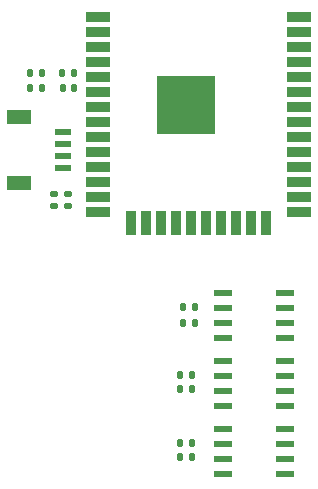
<source format=gbr>
%TF.GenerationSoftware,KiCad,Pcbnew,(6.0.0-0)*%
%TF.CreationDate,2022-04-13T11:49:57+02:00*%
%TF.ProjectId,Main,4d61696e-2e6b-4696-9361-645f70636258,rev?*%
%TF.SameCoordinates,Original*%
%TF.FileFunction,Paste,Top*%
%TF.FilePolarity,Positive*%
%FSLAX46Y46*%
G04 Gerber Fmt 4.6, Leading zero omitted, Abs format (unit mm)*
G04 Created by KiCad (PCBNEW (6.0.0-0)) date 2022-04-13 11:49:57*
%MOMM*%
%LPD*%
G01*
G04 APERTURE LIST*
G04 Aperture macros list*
%AMRoundRect*
0 Rectangle with rounded corners*
0 $1 Rounding radius*
0 $2 $3 $4 $5 $6 $7 $8 $9 X,Y pos of 4 corners*
0 Add a 4 corners polygon primitive as box body*
4,1,4,$2,$3,$4,$5,$6,$7,$8,$9,$2,$3,0*
0 Add four circle primitives for the rounded corners*
1,1,$1+$1,$2,$3*
1,1,$1+$1,$4,$5*
1,1,$1+$1,$6,$7*
1,1,$1+$1,$8,$9*
0 Add four rect primitives between the rounded corners*
20,1,$1+$1,$2,$3,$4,$5,0*
20,1,$1+$1,$4,$5,$6,$7,0*
20,1,$1+$1,$6,$7,$8,$9,0*
20,1,$1+$1,$8,$9,$2,$3,0*%
G04 Aperture macros list end*
%ADD10RoundRect,0.135000X0.135000X0.185000X-0.135000X0.185000X-0.135000X-0.185000X0.135000X-0.185000X0*%
%ADD11RoundRect,0.140000X-0.140000X-0.170000X0.140000X-0.170000X0.140000X0.170000X-0.140000X0.170000X0*%
%ADD12RoundRect,0.135000X0.185000X-0.135000X0.185000X0.135000X-0.185000X0.135000X-0.185000X-0.135000X0*%
%ADD13RoundRect,0.070692X0.719308X0.223858X-0.719308X0.223858X-0.719308X-0.223858X0.719308X-0.223858X0*%
%ADD14R,2.000000X0.900000*%
%ADD15R,0.900000X2.000000*%
%ADD16R,5.000000X5.000000*%
%ADD17RoundRect,0.140000X0.140000X0.170000X-0.140000X0.170000X-0.140000X-0.170000X0.140000X-0.170000X0*%
%ADD18R,1.348740X0.599440*%
%ADD19R,1.998980X1.198880*%
%ADD20RoundRect,0.135000X-0.135000X-0.185000X0.135000X-0.185000X0.135000X0.185000X-0.135000X0.185000X0*%
G04 APERTURE END LIST*
D10*
%TO.C,R9*%
X81010000Y-93650000D03*
X79990000Y-93650000D03*
%TD*%
D11*
%TO.C,C2*%
X69790000Y-73750000D03*
X70750000Y-73750000D03*
%TD*%
D12*
%TO.C,R3*%
X69000000Y-83760000D03*
X69000000Y-82740000D03*
%TD*%
D13*
%TO.C,IC2*%
X88624600Y-94905000D03*
X88624600Y-93635000D03*
X88624600Y-92365000D03*
X88624600Y-91095000D03*
X83375400Y-91095000D03*
X83375400Y-92365000D03*
X83375400Y-93635000D03*
X83375400Y-94905000D03*
%TD*%
D10*
%TO.C,R6*%
X81010000Y-92250000D03*
X79990000Y-92250000D03*
%TD*%
%TO.C,R8*%
X80760000Y-103750000D03*
X79740000Y-103750000D03*
%TD*%
D14*
%TO.C,U1*%
X72750000Y-67685000D03*
X72750000Y-68955000D03*
X72750000Y-70225000D03*
X72750000Y-71495000D03*
X72750000Y-72765000D03*
X72750000Y-74035000D03*
X72750000Y-75305000D03*
X72750000Y-76575000D03*
X72750000Y-77845000D03*
X72750000Y-79115000D03*
X72750000Y-80385000D03*
X72750000Y-81655000D03*
X72750000Y-82925000D03*
X72750000Y-84195000D03*
D15*
X75535000Y-85195000D03*
X76805000Y-85195000D03*
X78075000Y-85195000D03*
X79345000Y-85195000D03*
X80615000Y-85195000D03*
X81885000Y-85195000D03*
X83155000Y-85195000D03*
X84425000Y-85195000D03*
X85695000Y-85195000D03*
X86965000Y-85195000D03*
D14*
X89750000Y-84195000D03*
X89750000Y-82925000D03*
X89750000Y-81655000D03*
X89750000Y-80385000D03*
X89750000Y-79115000D03*
X89750000Y-77845000D03*
X89750000Y-76575000D03*
X89750000Y-75305000D03*
X89750000Y-74035000D03*
X89750000Y-72765000D03*
X89750000Y-71495000D03*
X89750000Y-70225000D03*
X89750000Y-68955000D03*
X89750000Y-67685000D03*
D16*
X80250000Y-75185000D03*
%TD*%
D17*
%TO.C,C4*%
X67980000Y-72500000D03*
X67020000Y-72500000D03*
%TD*%
D10*
%TO.C,R7*%
X80760000Y-105000000D03*
X79740000Y-105000000D03*
%TD*%
%TO.C,R5*%
X80760000Y-98000000D03*
X79740000Y-98000000D03*
%TD*%
D13*
%TO.C,IC1*%
X88624600Y-100655000D03*
X88624600Y-99385000D03*
X88624600Y-98115000D03*
X88624600Y-96845000D03*
X83375400Y-96845000D03*
X83375400Y-98115000D03*
X83375400Y-99385000D03*
X83375400Y-100655000D03*
%TD*%
D17*
%TO.C,C3*%
X67980000Y-73750000D03*
X67020000Y-73750000D03*
%TD*%
D13*
%TO.C,IC3*%
X88624600Y-106405000D03*
X88624600Y-105135000D03*
X88624600Y-103865000D03*
X88624600Y-102595000D03*
X83375400Y-102595000D03*
X83375400Y-103865000D03*
X83375400Y-105135000D03*
X83375400Y-106405000D03*
%TD*%
D12*
%TO.C,R2*%
X70250000Y-83760000D03*
X70250000Y-82740000D03*
%TD*%
D10*
%TO.C,R4*%
X80760000Y-99250000D03*
X79740000Y-99250000D03*
%TD*%
D18*
%TO.C,J2*%
X69776285Y-77501400D03*
X69776285Y-78502160D03*
X69776285Y-79497840D03*
X69776285Y-80498600D03*
D19*
X66103445Y-81799080D03*
X66103445Y-76200920D03*
%TD*%
D20*
%TO.C,R1*%
X69740000Y-72500000D03*
X70760000Y-72500000D03*
%TD*%
M02*

</source>
